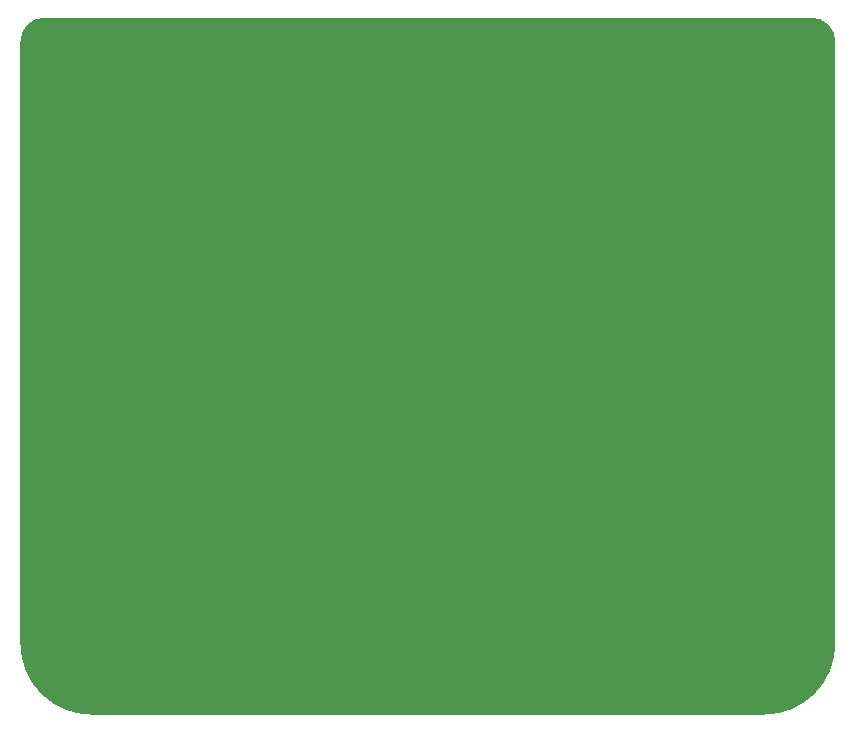
<source format=gbr>
G04 DipTrace 3.3.1.3*
G04 Board.gbr*
%MOIN*%
G04 #@! TF.FileFunction,Drawing,Board polygon*
G04 #@! TF.Part,Single*
%FSLAX26Y26*%
G04*
G70*
G90*
G75*
G01*
G04 BoardPoly*
%LPD*%
G36*
X2484547Y1083D2*
X240453D1*
G02X4232Y237303I-3J236217D01*
G01*
Y2245177D1*
G02X82972Y2323917I78724J16D01*
G01*
X2642028D1*
G02X2720768Y2245177I16J-78724D01*
G01*
Y237303D1*
G02X2484547Y1083I-236217J-3D01*
G01*
D3*
G37*
M02*

</source>
